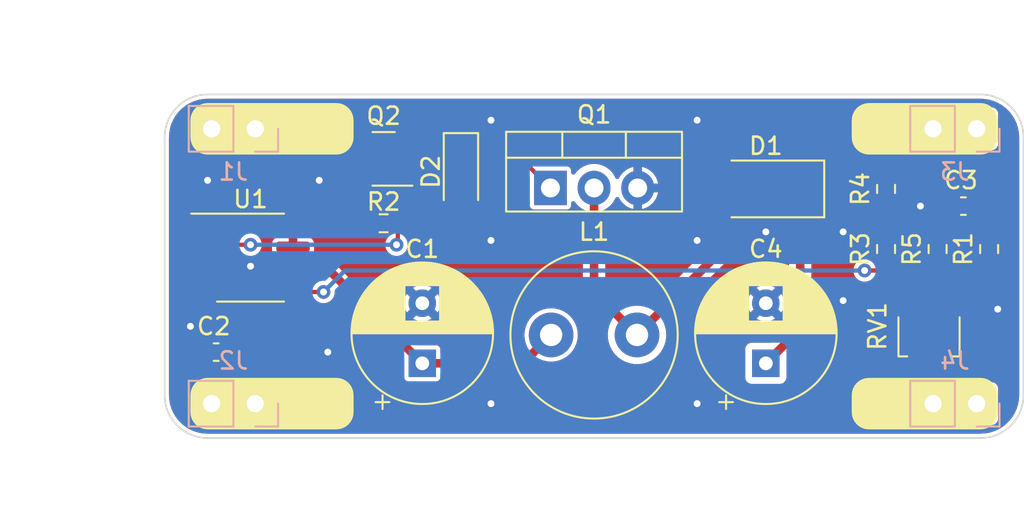
<source format=kicad_pcb>
(kicad_pcb (version 20211014) (generator pcbnew)
  (layers (0 "F.Cu" signal) (31 "B.Cu" signal) (34 "B.Paste" user) (35 "F.Paste" user) (36 "B.SilkS" user "B.Silkscreen") (37 "F.SilkS" user "F.Silkscreen") (38 "B.Mask" user) (39 "F.Mask" user) (44 "Edge.Cuts" user))
  (net 0 "")
  (net 1 "+12V")
  (net 2 "GND")
  (net 3 "Net-(C2-Pad1)")
  (net 4 "Net-(C3-Pad2)")
  (net 5 "HT")
  (net 6 "Net-(D1-Pad2)")
  (net 7 "Net-(D2-Pad1)")
  (net 8 "Net-(D2-Pad2)")
  (net 9 "Net-(R3-Pad1)")
  (net 10 "Net-(R5-Pad2)")
  (footprint "Package_SO:SOIC-8_3.9x4.9mm_P1.27mm" (layer "F.Cu") (at 94.5 69)
    (fp_text reference "U1" (at 0 -3.4) (layer "F.SilkS"))
    (fp_text value "MC34063AD")
    (fp_line (start 0 2.56) (end 1.95 2.56) (layer "F.SilkS") (width 0.12))
    (fp_line (start 0 2.56) (end -1.95 2.56) (layer "F.SilkS") (width 0.12))
    (fp_line (start 0 -2.56) (end 1.95 -2.56) (layer "F.SilkS") (width 0.12))
    (fp_line (start 0 -2.56) (end -3.45 -2.56) (layer "F.SilkS") (width 0.12))
    (pad "1" smd roundrect (at -2.475 -1.905) (size 1.95 0.6) (layers "F.Cu" "F.Paste" "F.Mask") (net 1 "+12V"))
    (pad "2" smd roundrect (at -2.475 -0.635) (size 1.95 0.6) (layers "F.Cu" "F.Paste" "F.Mask") (net 8 "Net-(D2-Pad2)"))
    (pad "3" smd roundrect (at -2.475 0.635) (size 1.95 0.6) (layers "F.Cu" "F.Paste" "F.Mask") (net 3 "Net-(C2-Pad1)"))
    (pad "4" smd roundrect (at -2.475 1.905) (size 1.95 0.6) (layers "F.Cu" "F.Paste" "F.Mask") (net 2 "GND"))
    (pad "5" smd roundrect (at 2.475 1.905) (size 1.95 0.6) (layers "F.Cu" "F.Paste" "F.Mask") (net 4 "Net-(C3-Pad2)"))
    (pad "6" smd roundrect (at 2.475 0.635) (size 1.95 0.6) (layers "F.Cu" "F.Paste" "F.Mask") (net 1 "+12V"))
    (pad "7" smd roundrect (at 2.475 -0.635) (size 1.95 0.6) (layers "F.Cu" "F.Paste" "F.Mask") (net 1 "+12V"))
    (pad "8" smd roundrect (at 2.475 -1.905) (size 1.95 0.6) (layers "F.Cu" "F.Paste" "F.Mask") (net 1 "+12V"))
  )
  (footprint "Package_TO_SOT_THT:TO-220-3_Vertical" (layer "F.Cu") (at 111.96 64.945)
    (fp_text reference "Q1" (at 2.54 -4.27) (layer "F.SilkS"))
    (fp_text value "IRF730")
    (fp_line (start -2.58 -3.27) (end 7.66 -3.27) (layer "F.SilkS") (width 0.12))
    (fp_line (start -2.58 -1.76) (end 7.66 -1.76) (layer "F.SilkS") (width 0.12))
    (fp_line (start 0.69 -3.27) (end 0.69 -1.76) (layer "F.SilkS") (width 0.12))
    (fp_line (start -2.58 1.371) (end 7.66 1.371) (layer "F.SilkS") (width 0.12))
    (fp_line (start 7.66 -3.27) (end 7.66 1.371) (layer "F.SilkS") (width 0.12))
    (fp_line (start 4.391 -3.27) (end 4.391 -1.76) (layer "F.SilkS") (width 0.12))
    (fp_line (start -2.58 -3.27) (end -2.58 1.371) (layer "F.SilkS") (width 0.12))
    (pad "1" thru_hole rect (at 0 0) (size 1.905 2) (drill 1.1) (layers *.Cu *.Mask) (net 7 "Net-(D2-Pad1)"))
    (pad "2" thru_hole oval (at 2.54 0) (size 1.905 2) (drill 1.1) (layers *.Cu *.Mask) (net 6 "Net-(D1-Pad2)"))
    (pad "3" thru_hole oval (at 5.08 0) (size 1.905 2) (drill 1.1) (layers *.Cu *.Mask) (net 2 "GND"))
  )
  (footprint "Resistor_SMD:R_0603_1608Metric" (layer "F.Cu") (at 102.25 67 180)
    (fp_text reference "R2" (at 0 1.25) (layer "F.SilkS"))
    (fp_text value "1K")
    (fp_line (start -0.237258 0.5225) (end 0.237258 0.5225) (layer "F.SilkS") (width 0.12))
    (fp_line (start -0.237258 -0.5225) (end 0.237258 -0.5225) (layer "F.SilkS") (width 0.12))
    (pad "1" smd roundrect (at -0.825 0 180) (size 0.8 0.95) (layers "F.Cu" "F.Paste" "F.Mask") (net 8 "Net-(D2-Pad2)"))
    (pad "2" smd roundrect (at 0.825 0 180) (size 0.8 0.95) (layers "F.Cu" "F.Paste" "F.Mask") (net 2 "GND"))
  )
  (footprint "Package_TO_SOT_SMD:SOT-23" (layer "F.Cu") (at 102.25 63.25 180)
    (fp_text reference "Q2" (at 0 2.5 180) (layer "F.SilkS"))
    (fp_text value "PNP")
    (fp_line (start 0 -1.56) (end -1.675 -1.56) (layer "F.SilkS") (width 0.12))
    (fp_line (start 0 -1.56) (end 0.65 -1.56) (layer "F.SilkS") (width 0.12))
    (fp_line (start 0 1.56) (end -0.65 1.56) (layer "F.SilkS") (width 0.12))
    (fp_line (start 0 1.56) (end 0.65 1.56) (layer "F.SilkS") (width 0.12))
    (pad "1" smd roundrect (at -0.9375 -0.95 180) (size 1.475 0.6) (layers "F.Cu" "F.Paste" "F.Mask") (net 8 "Net-(D2-Pad2)"))
    (pad "2" smd roundrect (at -0.9375 0.95 180) (size 1.475 0.6) (layers "F.Cu" "F.Paste" "F.Mask") (net 7 "Net-(D2-Pad1)"))
    (pad "3" smd roundrect (at 0.9375 0 180) (size 1.475 0.6) (layers "F.Cu" "F.Paste" "F.Mask") (net 2 "GND"))
  )
  (footprint "Capacitor_SMD:C_0603_1608Metric" (layer "F.Cu") (at 136 66 180)
    (fp_text reference "C3" (at 0.14058 1.5) (layer "F.SilkS"))
    (fp_text value "10n")
    (fp_line (start -0.14058 0.51) (end 0.14058 0.51) (layer "F.SilkS") (width 0.12))
    (fp_line (start -0.14058 -0.51) (end 0.14058 -0.51) (layer "F.SilkS") (width 0.12))
    (pad "1" smd roundrect (at -0.775 0 180) (size 0.9 0.95) (layers "F.Cu" "F.Paste" "F.Mask") (net 2 "GND"))
    (pad "2" smd roundrect (at 0.775 0 180) (size 0.9 0.95) (layers "F.Cu" "F.Paste" "F.Mask") (net 4 "Net-(C3-Pad2)"))
  )
  (footprint "Resistor_SMD:R_0603_1608Metric" (layer "F.Cu") (at 137.5 68.5 -90)
    (fp_text reference "R1" (at 0 1.5 90) (layer "F.SilkS"))
    (fp_text value "13k")
    (fp_line (start -0.237258 -0.5225) (end 0.237258 -0.5225) (layer "F.SilkS") (width 0.12))
    (fp_line (start -0.237258 0.5225) (end 0.237258 0.5225) (layer "F.SilkS") (width 0.12))
    (pad "1" smd roundrect (at -0.825 0 270) (size 0.8 0.95) (layers "F.Cu" "F.Paste" "F.Mask") (net 4 "Net-(C3-Pad2)"))
    (pad "2" smd roundrect (at 0.825 0 270) (size 0.8 0.95) (layers "F.Cu" "F.Paste" "F.Mask") (net 2 "GND"))
  )
  (footprint "Resistor_SMD:R_0603_1608Metric" (layer "F.Cu") (at 131.5 65 -90)
    (fp_text reference "R4" (at 0 1.5 90) (layer "F.SilkS"))
    (fp_text value "470k")
    (fp_line (start -0.237258 0.5225) (end 0.237258 0.5225) (layer "F.SilkS") (width 0.12))
    (fp_line (start -0.237258 -0.5225) (end 0.237258 -0.5225) (layer "F.SilkS") (width 0.12))
    (pad "1" smd roundrect (at -0.825 0 270) (size 0.8 0.95) (layers "F.Cu" "F.Paste" "F.Mask") (net 5 "HT"))
    (pad "2" smd roundrect (at 0.825 0 270) (size 0.8 0.95) (layers "F.Cu" "F.Paste" "F.Mask") (net 9 "Net-(R3-Pad1)"))
  )
  (footprint "Inductor_THT:L_Radial_D9.5mm_P5.00mm_Fastron_07HVP" (layer "F.Cu") (at 112 73.5)
    (fp_text reference "L1" (at 2.5 -6) (layer "F.SilkS"))
    (fp_text value "100u")
    (fp_circle (center 2.5 0) (end 7.37 0) (layer "F.SilkS") (width 0.12) (fill none))
    (pad "1" thru_hole circle (at 0 0) (size 2.6 2.6) (drill 1.3) (layers *.Cu *.Mask) (net 1 "+12V"))
    (pad "2" thru_hole circle (at 5 0) (size 2.6 2.6) (drill 1.3) (layers *.Cu *.Mask) (net 6 "Net-(D1-Pad2)"))
  )
  (footprint "Resistor_SMD:R_0603_1608Metric" (layer "F.Cu") (at 131.5 68.5 -90)
    (fp_text reference "R3" (at 0 1.5 90) (layer "F.SilkS"))
    (fp_text value "390k")
    (fp_line (start -0.237258 -0.5225) (end 0.237258 -0.5225) (layer "F.SilkS") (width 0.12))
    (fp_line (start -0.237258 0.5225) (end 0.237258 0.5225) (layer "F.SilkS") (width 0.12))
    (pad "1" smd roundrect (at -0.825 0 270) (size 0.8 0.95) (layers "F.Cu" "F.Paste" "F.Mask") (net 9 "Net-(R3-Pad1)"))
    (pad "2" smd roundrect (at 0.825 0 270) (size 0.8 0.95) (layers "F.Cu" "F.Paste" "F.Mask") (net 4 "Net-(C3-Pad2)"))
  )
  (footprint "libraries:Potentiometer_Trimmer-EVM3E" (layer "F.Cu") (at 134 73 180)
    (fp_text reference "RV1" (at 3 0 90) (layer "F.SilkS"))
    (fp_text value "5K")
    (fp_line (start -1.78 -1.75) (end -1.27 -1.75) (layer "F.SilkS") (width 0.12))
    (fp_line (start -1.78 0.53) (end -1.78 -1.75) (layer "F.SilkS") (width 0.12))
    (fp_line (start 1.78 -1.75) (end 1.78 0.53) (layer "F.SilkS") (width 0.12))
    (fp_line (start 1.27 -1.75) (end 1.78 -1.75) (layer "F.SilkS") (width 0.12))
    (pad "1" smd rect locked (at -1.4 1.62 180) (size 1.2 1.2) (layers "F.Cu" "F.Paste" "F.Mask") (net 10 "Net-(R5-Pad2)"))
    (pad "2" smd rect locked (at 0 -1.62 180) (size 1.6 1.5) (layers "F.Cu" "F.Paste" "F.Mask") (net 2 "GND"))
    (pad "3" smd rect locked (at 1.4 1.62 180) (size 1.2 1.2) (layers "F.Cu" "F.Paste" "F.Mask") (net 2 "GND"))
  )
  (footprint "Diode_SMD:D_SMA" (layer "F.Cu") (at 124.5 65 180)
    (fp_text reference "D1" (at 0 2.5) (layer "F.SilkS"))
    (fp_text value "D")
    (fp_line (start -3.4 -1.65) (end 2 -1.65) (layer "F.SilkS") (width 0.12))
    (fp_line (start -3.4 1.65) (end 2 1.65) (layer "F.SilkS") (width 0.12))
    (fp_line (start -3.4 -1.65) (end -3.4 1.65) (layer "F.SilkS") (width 0.12))
    (pad "1" smd rect (at -2 0 180) (size 2.5 1.8) (layers "F.Cu" "F.Paste" "F.Mask") (net 5 "HT"))
    (pad "2" smd rect (at 2 0 180) (size 2.5 1.8) (layers "F.Cu" "F.Paste" "F.Mask") (net 6 "Net-(D1-Pad2)"))
  )
  (footprint "Capacitor_THT:CP_Radial_D8.0mm_P3.50mm" (layer "F.Cu") (at 124.5 75.152651 90)
    (fp_text reference "C4" (at 6.652651 0 180) (layer "F.SilkS"))
    (fp_text value "4.7u")
    (fp_line (start 4.271 -3.22) (end 4.271 -1.04) (layer "F.SilkS") (width 0.12))
    (fp_line (start 3.791 1.04) (end 3.791 3.54) (layer "F.SilkS") (width 0.12))
    (fp_line (start 3.071 1.04) (end 3.071 3.863) (layer "F.SilkS") (width 0.12))
    (fp_line (start 4.551 -2.983) (end 4.551 2.983) (layer "F.SilkS") (width 0.12))
    (fp_line (start 4.511 1.04) (end 4.511 3.019) (layer "F.SilkS") (width 0.12))
    (fp_line (start 2.35 -4.037) (end 2.35 4.037) (layer "F.SilkS") (width 0.12))
    (fp_line (start 2.39 -4.03) (end 2.39 4.03) (layer "F.SilkS") (width 0.12))
    (fp_line (start 3.271 -3.79) (end 3.271 -1.04) (layer "F.SilkS") (width 0.12))
    (fp_line (start 2.711 -3.967) (end 2.711 -1.04) (layer "F.SilkS") (width 0.12))
    (fp_line (start 3.351 1.04) (end 3.351 3.757) (layer "F.SilkS") (width 0.12))
    (fp_line (start 3.391 1.04) (end 3.391 3.74) (layer "F.SilkS") (width 0.12))
    (fp_line (start 5.671 -1.229) (end 5.671 1.229) (layer "F.SilkS") (width 0.12))
    (fp_line (start 2.31 -4.042) (end 2.31 4.042) (layer "F.SilkS") (width 0.12))
    (fp_line (start 3.511 1.04) (end 3.511 3.686) (layer "F.SilkS") (width 0.12))
    (fp_line (start 2.671 -3.976) (end 2.671 -1.04) (layer "F.SilkS") (width 0.12))
    (fp_line (start 5.591 -1.453) (end 5.591 1.453) (layer "F.SilkS") (width 0.12))
    (fp_line (start 4.951 -2.556) (end 4.951 2.556) (layer "F.SilkS") (width 0.12))
    (fp_line (start 3.951 -3.444) (end 3.951 -1.04) (layer "F.SilkS") (width 0.12))
    (fp_line (start 4.751 -2.784) (end 4.751 2.784) (layer "F.SilkS") (width 0.12))
    (fp_line (start 4.431 1.04) (end 4.431 3.09) (layer "F.SilkS") (width 0.12))
    (fp_line (start 2.551 -4.002) (end 2.551 -1.04) (layer "F.SilkS") (width 0.12))
    (fp_line (start 3.951 1.04) (end 3.951 3.444) (layer "F.SilkS") (width 0.12))
    (fp_line (start 4.071 -3.365) (end 4.071 -1.04) (layer "F.SilkS") (width 0.12))
    (fp_line (start 2.911 -3.914) (end 2.911 -1.04) (layer "F.SilkS") (width 0.12))
    (fp_line (start 4.071 1.04) (end 4.071 3.365) (layer "F.SilkS") (width 0.12))
    (fp_line (start 3.431 -3.722) (end 3.431 -1.04) (layer "F.SilkS") (width 0.12))
    (fp_line (start 3.631 1.04) (end 3.631 3.627) (layer "F.SilkS") (width 0.12))
    (fp_line (start 5.631 -1.346) (end 5.631 1.346) (layer "F.SilkS") (width 0.12))
    (fp_line (start 2.07 -4.068) (end 2.07 4.068) (layer "F.SilkS") (width 0.12))
    (fp_line (start 2.43 -4.024) (end 2.43 4.024) (layer "F.SilkS") (width 0.12))
    (fp_line (start 5.711 -1.098) (end 5.711 1.098) (layer "F.SilkS") (width 0.12))
    (fp_line (start 2.631 1.04) (end 2.631 3.985) (layer "F.SilkS") (width 0.12))
    (fp_line (start 2.791 1.04) (end 2.791 3.947) (layer "F.SilkS") (width 0.12))
    (fp_line (start 5.191 -2.228) (end 5.191 2.228) (layer "F.SilkS") (width 0.12))
    (fp_line (start 4.791 -2.741) (end 4.791 2.741) (layer "F.SilkS") (width 0.12))
    (fp_line (start 4.471 1.04) (end 4.471 3.055) (layer "F.SilkS") (width 0.12))
    (fp_line (start 5.471 -1.731) (end 5.471 1.731) (layer "F.SilkS") (width 0.12))
    (fp_line (start 3.351 -3.757) (end 3.351 -1.04) (layer "F.SilkS") (width 0.12))
    (fp_line (start 2.631 -3.985) (end 2.631 -1.04) (layer "F.SilkS") (width 0.12))
    (fp_line (start 5.111 -2.345) (end 5.111 2.345) (layer "F.SilkS") (width 0.12))
    (fp_line (start 2.511 1.04) (end 2.511 4.01) (layer "F.SilkS") (width 0.12))
    (fp_line (start 5.751 -0.948) (end 5.751 0.948) (layer "F.SilkS") (width 0.12))
    (fp_line (start 3.431 1.04) (end 3.431 3.722) (layer "F.SilkS") (width 0.12))
    (fp_line (start 3.031 -3.877) (end 3.031 -1.04) (layer "F.SilkS") (width 0.12))
    (fp_line (start 3.151 1.04) (end 3.151 3.835) (layer "F.SilkS") (width 0.12))
    (fp_line (start 4.671 -2.867) (end 4.671 2.867) (layer "F.SilkS") (width 0.12))
    (fp_line (start 3.591 -3.647) (end 3.591 -1.04) (layer "F.SilkS") (width 0.12))
    (fp_line (start 1.91 -4.077) (end 1.91 4.077) (layer "F.SilkS") (width 0.12))
    (fp_line (start 4.191 1.04) (end 4.191 3.28) (layer "F.SilkS") (width 0.12))
    (fp_line (start 4.271 1.04) (end 4.271 3.22) (layer "F.SilkS") (width 0.12))
    (fp_line (start 4.591 -2.945) (end 4.591 2.945) (layer "F.SilkS") (width 0.12))
    (fp_line (start 1.99 -4.074) (end 1.99 4.074) (layer "F.SilkS") (width 0.12))
    (fp_line (start 4.231 -3.25) (end 4.231 -1.04) (layer "F.SilkS") (width 0.12))
    (fp_line (start 4.151 1.04) (end 4.151 3.309) (layer "F.SilkS") (width 0.12))
    (fp_line (start 3.391 -3.74) (end 3.391 -1.04) (layer "F.SilkS") (width 0.12))
    (fp_line (start 3.191 -3.821) (end 3.191 -1.04) (layer "F.SilkS") (width 0.12))
    (fp_line (start 5.551 -1.552) (end 5.551 1.552) (layer "F.SilkS") (width 0.12))
    (fp_line (start 2.871 -3.925) (end 2.871 -1.04) (layer "F.SilkS") (width 0.12))
    (fp_line (start 1.75 -4.08) (end 1.75 4.08) (layer "F.SilkS") (width 0.12))
    (fp_line (start 4.151 -3.309) (end 4.151 -1.04) (layer "F.SilkS") (width 0.12))
    (fp_line (start 3.151 -3.835) (end 3.151 -1.04) (layer "F.SilkS") (width 0.12))
    (fp_line (start 4.471 -3.055) (end 4.471 -1.04) (layer "F.SilkS") (width 0.12))
    (fp_line (start 4.711 -2.826) (end 4.711 2.826) (layer "F.SilkS") (width 0.12))
    (fp_line (start 3.471 -3.704) (end 3.471 -1.04) (layer "F.SilkS") (width 0.12))
    (fp_line (start 3.031 1.04) (end 3.031 3.877) (layer "F.SilkS") (width 0.12))
    (fp_line (start 3.111 1.04) (end 3.111 3.85) (layer "F.SilkS") (width 0.12))
    (fp_line (start 3.791 -3.54) (end 3.791 -1.04) (layer "F.SilkS") (width 0.12))
    (fp_line (start 3.311 1.04) (end 3.311 3.774) (layer "F.SilkS") (width 0.12))
    (fp_line (start 3.511 -3.686) (end 3.511 -1.04) (layer "F.SilkS") (width 0.12))
    (fp_line (start 2.871 1.04) (end 2.871 3.925) (layer "F.SilkS") (width 0.12))
    (fp_line (start 3.631 -3.627) (end 3.631 -1.04) (layer "F.SilkS") (width 0.12))
    (fp_line (start 4.311 -3.189) (end 4.311 -1.04) (layer "F.SilkS") (width 0.12))
    (fp_line (start 4.351 -3.156) (end 4.351 -1.04) (layer "F.SilkS") (width 0.12))
    (fp_line (start 5.311 -2.034) (end 5.311 2.034) (layer "F.SilkS") (width 0.12))
    (fp_line (start 4.031 1.04) (end 4.031 3.392) (layer "F.SilkS") (width 0.12))
    (fp_line (start 4.311 1.04) (end 4.311 3.189) (layer "F.SilkS") (width 0.12))
    (fp_line (start 3.071 -3.863) (end 3.071 -1.04) (layer "F.SilkS") (width 0.12))
    (fp_line (start 4.911 -2.604) (end 4.911 2.604) (layer "F.SilkS") (width 0.12))
    (fp_line (start 2.751 -3.957) (end 2.751 -1.04) (layer "F.SilkS") (width 0.12))
    (fp_line (start 2.791 -3.947) (end 2.791 -1.04) (layer "F.SilkS") (width 0.12))
    (fp_line (start 2.23 -4.052) (end 2.23 4.052) (layer "F.SilkS") (width 0.12))
    (fp_line (start 5.071 -2.4) (end 5.071 2.4) (layer "F.SilkS") (width 0.12))
    (fp_line (start 5.351 -1.964) (end 5.351 1.964) (layer "F.SilkS") (width 0.12))
    (fp_line (start 3.711 1.04) (end 3.711 3.584) (layer "F.SilkS") (width 0.12))
    (fp_line (start 1.83 -4.08) (end 1.83 4.08) (layer "F.SilkS") (width 0.12))
    (fp_line (start 3.991 1.04) (end 3.991 3.418) (layer "F.SilkS") (width 0.12))
    (fp_line (start 3.591 1.04) (end 3.591 3.647) (layer "F.SilkS") (width 0.12))
    (fp_line (start 3.231 1.04) (end 3.231 3.805) (layer "F.SilkS") (width 0.12))
    (fp_line (start 2.11 -4.065) (end 2.11 4.065) (layer "F.SilkS") (width 0.12))
    (fp_line (start 2.911 1.04) (end 2.911 3.914) (layer "F.SilkS") (width 0.12))
    (fp_line (start 2.03 -4.071) (end 2.03 4.071) (layer "F.SilkS") (width 0.12))
    (fp_line (start 4.391 1.04) (end 4.391 3.124) (layer "F.SilkS") (width 0.12))
    (fp_line (start 3.871 -3.493) (end 3.871 -1.04) (layer "F.SilkS") (width 0.12))
    (fp_line (start 3.551 -3.666) (end 3.551 -1.04) (layer "F.SilkS") (width 0.12))
    (fp_line (start 3.471 1.04) (end 3.471 3.704) (layer "F.SilkS") (width 0.12))
    (fp_line (start 3.911 1.04) (end 3.911 3.469) (layer "F.SilkS") (width 0.12))
    (fp_line (start 2.19 -4.057) (end 2.19 4.057) (layer "F.SilkS") (width 0.12))
    (fp_line (start 2.15 -4.061) (end 2.15 4.061) (layer "F.SilkS") (width 0.12))
    (fp_line (start 3.671 -3.606) (end 3.671 -1.04) (layer "F.SilkS") (width 0.12))
    (fp_line (start 3.831 1.04) (end 3.831 3.517) (layer "F.SilkS") (width 0.12))
    (fp_line (start 5.511 -1.645) (end 5.511 1.645) (layer "F.SilkS") (width 0.12))
    (fp_line (start 4.511 -3.019) (end 4.511 -1.04) (layer "F.SilkS") (width 0.12))
    (fp_line (start 2.671 1.04) (end 2.671 3.976) (layer "F.SilkS") (width 0.12))
    (fp_line (start 5.791 -0.768) (end 5.791 0.768) (layer "F.SilkS") (width 0.12))
    (fp_line (start 3.191 1.04) (end 3.191 3.821) (layer "F.SilkS") (width 0.12))
    (fp_line (start 5.831 -0.533) (end 5.831 0.533) (layer "F.SilkS") (width 0.12))
    (fp_line (start 3.751 1.04) (end 3.751 3.562) (layer "F.SilkS") (width 0.12))
    (fp_line (start 4.431 -3.09) (end 4.431 -1.04) (layer "F.SilkS") (width 0.12))
    (fp_line (start 2.591 -3.994) (end 2.591 -1.04) (layer "F.SilkS") (width 0.12))
    (fp_line (start 3.871 1.04) (end 3.871 3.493) (layer "F.SilkS") (width 0.12))
    (fp_line (start 5.391 -1.89) (end 5.391 1.89) (layer "F.SilkS") (width 0.12))
    (fp_line (start 4.871 -2.651) (end 4.871 2.651) (layer "F.SilkS") (width 0.12))
    (fp_line (start 2.27 -4.048) (end 2.27 4.048) (layer "F.SilkS") (width 0.12))
    (fp_line (start 2.711 1.04) (end 2.711 3.967) (layer "F.SilkS") (width 0.12))
    (fp_line (start 3.551 1.04) (end 3.551 3.666) (layer "F.SilkS") (width 0.12))
    (fp_line (start 4.111 -3.338) (end 4.111 -1.04) (layer "F.SilkS") (width 0.12))
    (fp_line (start 4.631 -2.907) (end 4.631 2.907) (layer "F.SilkS") (width 0.12))
    (fp_line (start 2.471 1.04) (end 2.471 4.017) (layer "F.SilkS") (width 0.12))
    (fp_line (start 2.831 1.04) (end 2.831 3.936) (layer "F.SilkS") (width 0.12))
    (fp_line (start 2.991 1.04) (end 2.991 3.889) (layer "F.SilkS") (width 0.12))
    (fp_line (start 3.751 -3.562) (end 3.751 -1.04) (layer "F.SilkS") (width 0.12))
    (fp_line (start 5.431 -1.813) (end 5.431 1.813) (layer "F.SilkS") (width 0.12))
    (fp_line (start 4.111 1.04) (end 4.111 3.338) (layer "F.SilkS") (width 0.12))
    (fp_line (start 3.671 1.04) (end 3.671 3.606) (layer "F.SilkS") (width 0.12))
    (fp_line (start 2.831 -3.936) (end 2.831 -1.04) (layer "F.SilkS") (width 0.12))
    (fp_line (start 3.991 -3.418) (end 3.991 -1.04) (layer "F.SilkS") (width 0.12))
    (fp_line (start 2.951 1.04) (end 2.951 3.902) (layer "F.SilkS") (width 0.12))
    (fp_line (start 3.271 1.04) (end 3.271 3.79) (layer "F.SilkS") (width 0.12))
    (fp_line (start 2.951 -3.902) (end 2.951 -1.04) (layer "F.SilkS") (width 0.12))
    (fp_line (start 5.271 -2.102) (end 5.271 2.102) (layer "F.SilkS") (width 0.12))
    (fp_line (start 4.191 -3.28) (end 4.191 -1.04) (layer "F.SilkS") (width 0.12))
    (fp_line (start 2.751 1.04) (end 2.751 3.957) (layer "F.SilkS") (width 0.12))
    (fp_line (start 5.231 -2.166) (end 5.231 2.166) (layer "F.SilkS") (width 0.12))
    (fp_line (start 4.351 1.04) (end 4.351 3.156) (layer "F.SilkS") (width 0.12))
    (fp_line (start 3.711 -3.584) (end 3.711 -1.04) (layer "F.SilkS") (width 0.12))
    (fp_line (start 3.831 -3.517) (end 3.831 -1.04) (layer "F.SilkS") (width 0.12))
    (fp_line (start 2.551 1.04) (end 2.551 4.002) (layer "F.SilkS") (width 0.12))
    (fp_line (start 4.391 -3.124) (end 4.391 -1.04) (layer "F.SilkS") (width 0.12))
    (fp_line (start -2.659698 -2.315) (end -1.859698 -2.315) (layer "F.SilkS") (width 0.12))
    (fp_line (start 3.911 -3.469) (end 3.911 -1.04) (layer "F.SilkS") (width 0.12))
    (fp_line (start 5.031 -2.454) (end 5.031 2.454) (layer "F.SilkS") (width 0.12))
    (fp_line (start 4.031 -3.392) (end 4.031 -1.04) (layer "F.SilkS") (width 0.12))
    (fp_line (start 2.991 -3.889) (end 2.991 -1.04) (layer "F.SilkS") (width 0.12))
    (fp_line (start 3.111 -3.85) (end 3.111 -1.04) (layer "F.SilkS") (width 0.12))
    (fp_line (start 3.231 -3.805) (end 3.231 -1.04) (layer "F.SilkS") (width 0.12))
    (fp_line (start 4.231 1.04) (end 4.231 3.25) (layer "F.SilkS") (width 0.12))
    (fp_line (start 2.471 -4.017) (end 2.471 -1.04) (layer "F.SilkS") (width 0.12))
    (fp_line (start 2.511 -4.01) (end 2.511 -1.04) (layer "F.SilkS") (width 0.12))
    (fp_line (start 3.311 -3.774) (end 3.311 -1.04) (layer "F.SilkS") (width 0.12))
    (fp_line (start -2.259698 -2.715) (end -2.259698 -1.915) (layer "F.SilkS") (width 0.12))
    (fp_line (start 1.87 -4.079) (end 1.87 4.079) (layer "F.SilkS") (width 0.12))
    (fp_line (start 1.95 -4.076) (end 1.95 4.076) (layer "F.SilkS") (width 0.12))
    (fp_line (start 4.991 -2.505) (end 4.991 2.505) (layer "F.SilkS") (width 0.12))
    (fp_line (start 1.79 -4.08) (end 1.79 4.08) (layer "F.SilkS") (width 0.12))
    (fp_line (start 5.151 -2.287) (end 5.151 2.287) (layer "F.SilkS") (width 0.12))
    (fp_line (start 2.591 1.04) (end 2.591 3.994) (layer "F.SilkS") (width 0.12))
    (fp_line (start 4.831 -2.697) (end 4.831 2.697) (layer "F.SilkS") (width 0.12))
    (fp_circle (center 1.75 0) (end 5.87 0) (layer "F.SilkS") (width 0.12) (fill none))
    (pad "1" thru_hole rect (at 0 0 90) (size 1.6 1.6) (drill 0.8) (layers *.Cu *.Mask) (net 5 "HT"))
    (pad "2" thru_hole circle (at 3.5 0 90) (size 1.6 1.6) (drill 0.8) (layers *.Cu *.Mask) (net 2 "GND"))
  )
  (footprint "Capacitor_THT:CP_Radial_D8.0mm_P3.50mm" (layer "F.Cu") (at 104.5 75.152651 90)
    (fp_text reference "C1" (at 6.652651 0 180) (layer "F.SilkS"))
    (fp_text value "220u")
    (fp_line (start 3.911 1.04) (end 3.911 3.469) (layer "F.SilkS") (width 0.12))
    (fp_line (start 3.751 1.04) (end 3.751 3.562) (layer "F.SilkS") (width 0.12))
    (fp_line (start 2.551 -4.002) (end 2.551 -1.04) (layer "F.SilkS") (width 0.12))
    (fp_line (start 2.591 1.04) (end 2.591 3.994) (layer "F.SilkS") (width 0.12))
    (fp_line (start 5.591 -1.453) (end 5.591 1.453) (layer "F.SilkS") (width 0.12))
    (fp_line (start 4.751 -2.784) (end 4.751 2.784) (layer "F.SilkS") (width 0.12))
    (fp_line (start 4.791 -2.741) (end 4.791 2.741) (layer "F.SilkS") (width 0.12))
    (fp_line (start 5.231 -2.166) (end 5.231 2.166) (layer "F.SilkS") (width 0.12))
    (fp_line (start 5.151 -2.287) (end 5.151 2.287) (layer "F.SilkS") (width 0.12))
    (fp_line (start 2.551 1.04) (end 2.551 4.002) (layer "F.SilkS") (width 0.12))
    (fp_line (start 3.151 -3.835) (end 3.151 -1.04) (layer "F.SilkS") (width 0.12))
    (fp_line (start 3.551 1.04) (end 3.551 3.666) (layer "F.SilkS") (width 0.12))
    (fp_line (start 3.671 -3.606) (end 3.671 -1.04) (layer "F.SilkS") (width 0.12))
    (fp_line (start 3.031 -3.877) (end 3.031 -1.04) (layer "F.SilkS") (width 0.12))
    (fp_line (start 4.111 1.04) (end 4.111 3.338) (layer "F.SilkS") (width 0.12))
    (fp_line (start 3.951 -3.444) (end 3.951 -1.04) (layer "F.SilkS") (width 0.12))
    (fp_line (start 3.471 1.04) (end 3.471 3.704) (layer "F.SilkS") (width 0.12))
    (fp_line (start 2.23 -4.052) (end 2.23 4.052) (layer "F.SilkS") (width 0.12))
    (fp_line (start 5.111 -2.345) (end 5.111 2.345) (layer "F.SilkS") (width 0.12))
    (fp_line (start 4.391 -3.124) (end 4.391 -1.04) (layer "F.SilkS") (width 0.12))
    (fp_line (start 2.511 1.04) (end 2.511 4.01) (layer "F.SilkS") (width 0.12))
    (fp_line (start 5.031 -2.454) (end 5.031 2.454) (layer "F.SilkS") (width 0.12))
    (fp_line (start 2.991 1.04) (end 2.991 3.889) (layer "F.SilkS") (width 0.12))
    (fp_line (start 4.311 -3.189) (end 4.311 -1.04) (layer "F.SilkS") (width 0.12))
    (fp_line (start 4.511 1.04) (end 4.511 3.019) (layer "F.SilkS") (width 0.12))
    (fp_line (start 2.11 -4.065) (end 2.11 4.065) (layer "F.SilkS") (width 0.12))
    (fp_line (start 3.191 -3.821) (end 3.191 -1.04) (layer "F.SilkS") (width 0.12))
    (fp_line (start 5.751 -0.948) (end 5.751 0.948) (layer "F.SilkS") (width 0.12))
    (fp_line (start 3.991 -3.418) (end 3.991 -1.04) (layer "F.SilkS") (width 0.12))
    (fp_line (start 3.511 1.04) (end 3.511 3.686) (layer "F.SilkS") (width 0.12))
    (fp_line (start 2.751 1.04) (end 2.751 3.957) (layer "F.SilkS") (width 0.12))
    (fp_line (start 5.511 -1.645) (end 5.511 1.645) (layer "F.SilkS") (width 0.12))
    (fp_line (start 4.911 -2.604) (end 4.911 2.604) (layer "F.SilkS") (width 0.12))
    (fp_line (start 4.231 -3.25) (end 4.231 -1.04) (layer "F.SilkS") (width 0.12))
    (fp_line (start 3.751 -3.562) (end 3.751 -1.04) (layer "F.SilkS") (width 0.12))
    (fp_line (start 2.631 -3.985) (end 2.631 -1.04) (layer "F.SilkS") (width 0.12))
    (fp_line (start 3.831 1.04) (end 3.831 3.517) (layer "F.SilkS") (width 0.12))
    (fp_line (start 4.031 1.04) (end 4.031 3.392) (layer "F.SilkS") (width 0.12))
    (fp_line (start 2.39 -4.03) (end 2.39 4.03) (layer "F.SilkS") (width 0.12))
    (fp_line (start 2.871 1.04) (end 2.871 3.925) (layer "F.SilkS") (width 0.12))
    (fp_line (start 2.911 -3.914) (end 2.911 -1.04) (layer "F.SilkS") (width 0.12))
    (fp_line (start 5.831 -0.533) (end 5.831 0.533) (layer "F.SilkS") (width 0.12))
    (fp_line (start 4.551 -2.983) (end 4.551 2.983) (layer "F.SilkS") (width 0.12))
    (fp_line (start 1.99 -4.074) (end 1.99 4.074) (layer "F.SilkS") (width 0.12))
    (fp_line (start 3.631 1.04) (end 3.631 3.627) (layer "F.SilkS") (width 0.12))
    (fp_line (start 4.471 1.04) (end 4.471 3.055) (layer "F.SilkS") (width 0.12))
    (fp_line (start 5.631 -1.346) (end 5.631 1.346) (layer "F.SilkS") (width 0.12))
    (fp_line (start 4.311 1.04) (end 4.311 3.189) (layer "F.SilkS") (width 0.12))
    (fp_line (start 4.071 -3.365) (end 4.071 -1.04) (layer "F.SilkS") (width 0.12))
    (fp_line (start 4.431 -3.09) (end 4.431 -1.04) (layer "F.SilkS") (width 0.12))
    (fp_line (start 4.351 -3.156) (end 4.351 -1.04) (layer "F.SilkS") (width 0.12))
    (fp_line (start 3.391 1.04) (end 3.391 3.74) (layer "F.SilkS") (width 0.12))
    (fp_line (start 4.071 1.04) (end 4.071 3.365) (layer "F.SilkS") (width 0.12))
    (fp_line (start 3.111 -3.85) (end 3.111 -1.04) (layer "F.SilkS") (width 0.12))
    (fp_line (start 4.471 -3.055) (end 4.471 -1.04) (layer "F.SilkS") (width 0.12))
    (fp_line (start 3.431 1.04) (end 3.431 3.722) (layer "F.SilkS") (width 0.12))
    (fp_line (start 5.671 -1.229) (end 5.671 1.229) (layer "F.SilkS") (width 0.12))
    (fp_line (start 4.511 -3.019) (end 4.511 -1.04) (layer "F.SilkS") (width 0.12))
    (fp_line (start 2.951 1.04) (end 2.951 3.902) (layer "F.SilkS") (width 0.12))
    (fp_line (start 1.79 -4.08) (end 1.79 4.08) (layer "F.SilkS") (width 0.12))
    (fp_line (start 4.191 1.04) (end 4.191 3.28) (layer "F.SilkS") (width 0.12))
    (fp_line (start 5.071 -2.4) (end 5.071 2.4) (layer "F.SilkS") (width 0.12))
    (fp_line (start 4.431 1.04) (end 4.431 3.09) (layer "F.SilkS") (width 0.12))
    (fp_line (start 2.871 -3.925) (end 2.871 -1.04) (layer "F.SilkS") (width 0.12))
    (fp_line (start 4.191 -3.28) (end 4.191 -1.04) (layer "F.SilkS") (width 0.12))
    (fp_line (start 4.151 -3.309) (end 4.151 -1.04) (layer "F.SilkS") (width 0.12))
    (fp_line (start 2.511 -4.01) (end 2.511 -1.04) (layer "F.SilkS") (width 0.12))
    (fp_line (start 4.991 -2.505) (end 4.991 2.505) (layer "F.SilkS") (width 0.12))
    (fp_line (start 2.471 -4.017) (end 2.471 -1.04) (layer "F.SilkS") (width 0.12))
    (fp_line (start 2.591 -3.994) (end 2.591 -1.04) (layer "F.SilkS") (width 0.12))
    (fp_line (start 2.791 -3.947) (end 2.791 -1.04) (layer "F.SilkS") (width 0.12))
    (fp_line (start 2.07 -4.068) (end 2.07 4.068) (layer "F.SilkS") (width 0.12))
    (fp_line (start 3.111 1.04) (end 3.111 3.85) (layer "F.SilkS") (width 0.12))
    (fp_line (start 2.31 -4.042) (end 2.31 4.042) (layer "F.SilkS") (width 0.12))
    (fp_line (start 3.831 -3.517) (end 3.831 -1.04) (layer "F.SilkS") (width 0.12))
    (fp_line (start 5.351 -1.964) (end 5.351 1.964) (layer "F.SilkS") (width 0.12))
    (fp_line (start 3.231 -3.805) (end 3.231 -1.04) (layer "F.SilkS") (width 0.12))
    (fp_line (start 1.75 -4.08) (end 1.75 4.08) (layer "F.SilkS") (width 0.12))
    (fp_line (start 2.791 1.04) (end 2.791 3.947) (layer "F.SilkS") (width 0.12))
    (fp_line (start 4.951 -2.556) (end 4.951 2.556) (layer "F.SilkS") (width 0.12))
    (fp_line (start 3.071 -3.863) (end 3.071 -1.04) (layer "F.SilkS") (width 0.12))
    (fp_line (start 3.591 -3.647) (end 3.591 -1.04) (layer "F.SilkS") (width 0.12))
    (fp_line (start 2.03 -4.071) (end 2.03 4.071) (layer "F.SilkS") (width 0.12))
    (fp_line (start 3.631 -3.627) (end 3.631 -1.04) (layer "F.SilkS") (width 0.12))
    (fp_line (start 1.95 -4.076) (end 1.95 4.076) (layer "F.SilkS") (width 0.12))
    (fp_line (start 2.831 -3.936) (end 2.831 -1.04) (layer "F.SilkS") (width 0.12))
    (fp_line (start 4.351 1.04) (end 4.351 3.156) (layer "F.SilkS") (width 0.12))
    (fp_line (start 4.831 -2.697) (end 4.831 2.697) (layer "F.SilkS") (width 0.12))
    (fp_line (start 5.271 -2.102) (end 5.271 2.102) (layer "F.SilkS") (width 0.12))
    (fp_line (start 3.311 -3.774) (end 3.311 -1.04) (layer "F.SilkS") (width 0.12))
    (fp_line (start 3.551 -3.666) (end 3.551 -1.04) (layer "F.SilkS") (width 0.12))
    (fp_line (start 1.83 -4.08) (end 1.83 4.08) (layer "F.SilkS") (width 0.12))
    (fp_line (start 3.991 1.04) (end 3.991 3.418) (layer "F.SilkS") (width 0.12))
    (fp_line (start 3.351 1.04) (end 3.351 3.757) (layer "F.SilkS") (width 0.12))
    (fp_line (start 4.031 -3.392) (end 4.031 -1.04) (layer "F.SilkS") (width 0.12))
    (fp_line (start 2.711 1.04) (end 2.711 3.967) (layer "F.SilkS") (width 0.12))
    (fp_line (start 3.271 1.04) (end 3.271 3.79) (layer "F.SilkS") (width 0.12))
    (fp_line (start 3.871 1.04) (end 3.871 3.493) (layer "F.SilkS") (width 0.12))
    (fp_line (start 4.591 -2.945) (end 4.591 2.945) (layer "F.SilkS") (width 0.12))
    (fp_line (start 2.911 1.04) (end 2.911 3.914) (layer "F.SilkS") (width 0.12))
    (fp_line (start 3.351 -3.757) (end 3.351 -1.04) (layer "F.SilkS") (width 0.12))
    (fp_line (start 3.031 1.04) (end 3.031 3.877) (layer "F.SilkS") (width 0.12))
    (fp_line (start 4.271 -3.22) (end 4.271 -1.04) (layer "F.SilkS") (width 0.12))
    (fp_line (start 5.711 -1.098) (end 5.711 1.098) (layer "F.SilkS") (width 0.12))
    (fp_line (start 5.311 -2.034) (end 5.311 2.034) (layer "F.SilkS") (width 0.12))
    (fp_line (start 2.831 1.04) (end 2.831 3.936) (layer "F.SilkS") (width 0.12))
    (fp_line (start 3.391 -3.74) (end 3.391 -1.04) (layer "F.SilkS") (width 0.12))
    (fp_line (start 4.151 1.04) (end 4.151 3.309) (layer "F.SilkS") (width 0.12))
    (fp_line (start 2.15 -4.061) (end 2.15 4.061) (layer "F.SilkS") (width 0.12))
    (fp_line (start -2.259698 -2.715) (end -2.259698 -1.915) (layer "F.SilkS") (width 0.12))
    (fp_line (start 4.231 1.04) (end 4.231 3.25) (layer "F.SilkS") (width 0.12))
    (fp_line (start 4.711 -2.826) (end 4.711 2.826) (layer "F.SilkS") (width 0.12))
    (fp_line (start 2.671 1.04) (end 2.671 3.976) (layer "F.SilkS") (width 0.12))
    (fp_line (start 4.671 -2.867) (end 4.671 2.867) (layer "F.SilkS") (width 0.12))
    (fp_line (start 3.791 -3.54) (end 3.791 -1.04) (layer "F.SilkS") (width 0.12))
    (fp_line (start 4.391 1.04) (end 4.391 3.124) (layer "F.SilkS") (width 0.12))
    (fp_line (start 3.911 -3.469) (end 3.911 -1.04) (layer "F.SilkS") (width 0.12))
    (fp_line (start 4.271 1.04) (end 4.271 3.22) (layer "F.SilkS") (width 0.12))
    (fp_line (start 5.791 -0.768) (end 5.791 0.768) (layer "F.SilkS") (width 0.12))
    (fp_line (start 4.631 -2.907) (end 4.631 2.907) (layer "F.SilkS") (width 0.12))
    (fp_line (start 2.471 1.04) (end 2.471 4.017) (layer "F.SilkS") (width 0.12))
    (fp_line (start 4.871 -2.651) (end 4.871 2.651) (layer "F.SilkS") (width 0.12))
    (fp_line (start 3.711 -3.584) (end 3.711 -1.04) (layer "F.SilkS") (width 0.12))
    (fp_line (start 2.751 -3.957) (end 2.751 -1.04) (layer "F.SilkS") (width 0.12))
    (fp_line (start 2.43 -4.024) (end 2.43 4.024) (layer "F.SilkS") (width 0.12))
    (fp_line (start 5.431 -1.813) (end 5.431 1.813) (layer "F.SilkS") (width 0.12))
    (fp_line (start 2.19 -4.057) (end 2.19 4.057) (layer "F.SilkS") (width 0.12))
    (fp_line (start 1.87 -4.079) (end 1.87 4.079) (layer "F.SilkS") (width 0.12))
    (fp_line (start 3.151 1.04) (end 3.151 3.835) (layer "F.SilkS") (width 0.12))
    (fp_line (start 3.711 1.04) (end 3.711 3.584) (layer "F.SilkS") (width 0.12))
    (fp_line (start 1.91 -4.077) (end 1.91 4.077) (layer "F.SilkS") (width 0.12))
    (fp_line (start 3.431 -3.722) (end 3.431 -1.04) (layer "F.SilkS") (width 0.12))
    (fp_line (start 3.591 1.04) (end 3.591 3.647) (layer "F.SilkS") (width 0.12))
    (fp_line (start 4.111 -3.338) (end 4.111 -1.04) (layer "F.SilkS") (width 0.12))
    (fp_line (start 3.271 -3.79) (end 3.271 -1.04) (layer "F.SilkS") (width 0.12))
    (fp_line (start 3.471 -3.704) (end 3.471 -1.04) (layer "F.SilkS") (width 0.12))
    (fp_line (start 5.551 -1.552) (end 5.551 1.552) (layer "F.SilkS") (width 0.12))
    (fp_line (start 2.991 -3.889) (end 2.991 -1.04) (layer "F.SilkS") (width 0.12))
    (fp_line (start 2.671 -3.976) (end 2.671 -1.04) (layer "F.SilkS") (width 0.12))
    (fp_line (start 2.711 -3.967) (end 2.711 -1.04) (layer "F.SilkS") (width 0.12))
    (fp_line (start 3.191 1.04) (end 3.191 3.821) (layer "F.SilkS") (width 0.12))
    (fp_line (start 5.471 -1.731) (end 5.471 1.731) (layer "F.SilkS") (width 0.12))
    (fp_line (start 3.671 1.04) (end 3.671 3.606) (layer "F.SilkS") (width 0.12))
    (fp_line (start -2.659698 -2.315) (end -1.859698 -2.315) (layer "F.SilkS") (width 0.12))
    (fp_line (start 3.951 1.04) (end 3.951 3.444) (layer "F.SilkS") (width 0.12))
    (fp_line (start 3.511 -3.686) (end 3.511 -1.04) (layer "F.SilkS") (width 0.12))
    (fp_line (start 3.071 1.04) (end 3.071 3.863) (layer "F.SilkS") (width 0.12))
    (fp_line (start 3.231 1.04) (end 3.231 3.805) (layer "F.SilkS") (width 0.12))
    (fp_line (start 3.791 1.04) (end 3.791 3.54) (layer "F.SilkS") (width 0.12))
    (fp_line (start 5.191 -2.228) (end 5.191 2.228) (layer "F.SilkS") (width 0.12))
    (fp_line (start 2.631 1.04) (end 2.631 3.985) (layer "F.SilkS") (width 0.12))
    (fp_line (start 2.27 -4.048) (end 2.27 4.048) (layer "F.SilkS") (width 0.12))
    (fp_line (start 5.391 -1.89) (end 5.391 1.89) (layer "F.SilkS") (width 0.12))
    (fp_line (start 3.871 -3.493) (end 3.871 -1.04) (layer "F.SilkS") (width 0.12))
    (fp_line (start 2.951 -3.902) (end 2.951 -1.04) (layer "F.SilkS") (width 0.12))
    (fp_line (start 3.311 1.04) (end 3.311 3.774) (layer "F.SilkS") (width 0.12))
    (fp_line (start 2.35 -4.037) (end 2.35 4.037) (layer "F.SilkS") (width 0.12))
    (fp_circle (center 1.75 0) (end 5.87 0) (layer "F.SilkS") (width 0.12) (fill none))
    (pad "1" thru_hole rect (at 0 0 90) (size 1.6 1.6) (drill 0.8) (layers *.Cu *.Mask) (net 1 "+12V"))
    (pad "2" thru_hole circle (at 3.5 0 90) (size 1.6 1.6) (drill 0.8) (layers *.Cu *.Mask) (net 2 "GND"))
  )
  (footprint "Resistor_SMD:R_0603_1608Metric" (layer "F.Cu") (at 134.5 68.5 -90)
    (fp_text reference "R5" (at 0 1.5 90) (layer "F.SilkS"))
    (fp_text value "9.1k")
    (fp_line (start -0.237258 -0.5225) (end 0.237258 -0.5225) (layer "F.SilkS") (width 0.12))
    (fp_line (start -0.237258 0.5225) (end 0.237258 0.5225) (layer "F.SilkS") (width 0.12))
    (pad "1" smd roundrect (at -0.825 0 270) (size 0.8 0.95) (layers "F.Cu" "F.Paste" "F.Mask") (net 4 "Net-(C3-Pad2)"))
    (pad "2" smd roundrect (at 0.825 0 270) (size 0.8 0.95) (layers "F.Cu" "F.Paste" "F.Mask") (net 10 "Net-(R5-Pad2)"))
  )
  (footprint "Capacitor_SMD:C_0603_1608Metric" (layer "F.Cu") (at 92.5 74.5 180)
    (fp_text reference "C2" (at 0.14058 1.5) (layer "F.SilkS"))
    (fp_text value "680p")
    (fp_line (start -0.14058 -0.51) (end 0.14058 -0.51) (layer "F.SilkS") (width 0.12))
    (fp_line (start -0.14058 0.51) (end 0.14058 0.51) (layer "F.SilkS") (width 0.12))
    (pad "1" smd roundrect (at -0.775 0 180) (size 0.9 0.95) (layers "F.Cu" "F.Paste" "F.Mask") (net 3 "Net-(C2-Pad1)"))
    (pad "2" smd roundrect (at 0.775 0 180) (size 0.9 0.95) (layers "F.Cu" "F.Paste" "F.Mask") (net 2 "GND"))
  )
  (footprint "Diode_SMD:D_SOD-123" (layer "F.Cu") (at 106.75 64 -90)
    (fp_text reference "D2" (at 0 1.75 90) (layer "F.SilkS"))
    (fp_text value "1N4148")
    (fp_line (start -2.25 -1) (end 1.65 -1) (layer "F.SilkS") (width 0.12))
    (fp_line (start -2.25 -1) (end -2.25 1) (layer "F.SilkS") (width 0.12))
    (fp_line (start -2.25 1) (end 1.65 1) (layer "F.SilkS") (width 0.12))
    (pad "1" smd rect (at -1.65 0 270) (size 0.9 1.2) (layers "F.Cu" "F.Paste" "F.Mask") (net 7 "Net-(D2-Pad1)"))
    (pad "2" smd rect (at 1.65 0 270) (size 0.9 1.2) (layers "F.Cu" "F.Paste" "F.Mask") (net 8 "Net-(D2-Pad2)"))
  )
  (footprint "Connector_PinHeader_2.54mm:PinHeader_1x02_P2.54mm_Vertical" (layer "B.Cu") (at 136.775 77.5 90)
    (fp_text reference "J4" (at 2.5 -1.27) (layer "B.SilkS") (effects (justify mirror)))
    (fp_text value "Conn_01x02")
    (fp_line (start -1.33 -1.27) (end -1.33 -3.87) (layer "B.SilkS") (width 0.12))
    (fp_line (start 1.33 -1.27) (end 1.33 -3.87) (layer "B.SilkS") (width 0.12))
    (fp_line (start -1.33 1.33) (end 0 1.33) (layer "B.SilkS") (width 0.12))
    (fp_line (start -1.33 0) (end -1.33 1.33) (layer "B.SilkS") (width 0.12))
    (fp_line (start -1.33 -1.27) (end 1.33 -1.27) (layer "B.SilkS") (width 0.12))
    (fp_line (start -1.33 -3.87) (end 1.33 -3.87) (layer "B.SilkS") (width 0.12))
    (pad "1" thru_hole rect (at 0 0 90) (size 1.7 1.7) (drill 1) (layers *.Cu *.Mask) (net 5 "HT"))
    (pad "2" thru_hole oval (at 0 -2.54 90) (size 1.7 1.7) (drill 1) (layers *.Cu *.Mask) (net 2 "GND"))
  )
  (footprint "Connector_PinHeader_2.54mm:PinHeader_1x02_P2.54mm_Vertical" (layer "B.Cu") (at 94.775 77.5 90)
    (fp_text reference "J2" (at 2.5 -1.27) (layer "B.SilkS") (effects (justify mirror)))
    (fp_text value "Conn_01x02")
    (fp_line (start -1.33 0) (end -1.33 1.33) (layer "B.SilkS") (width 0.12))
    (fp_line (start -1.33 -3.87) (end 1.33 -3.87) (layer "B.SilkS") (width 0.12))
    (fp_line (start -1.33 -1.27) (end -1.33 -3.87) (layer "B.SilkS") (width 0.12))
    (fp_line (start -1.33 -1.27) (end 1.33 -1.27) (layer "B.SilkS") (width 0.12))
    (fp_line (start -1.33 1.33) (end 0 1.33) (layer "B.SilkS") (width 0.12))
    (fp_line (start 1.33 -1.27) (end 1.33 -3.87) (layer "B.SilkS") (width 0.12))
    (pad "1" thru_hole rect (at 0 0 90) (size 1.7 1.7) (drill 1) (layers *.Cu *.Mask) (net 1 "+12V"))
    (pad "2" thru_hole oval (at 0 -2.54 90) (size 1.7 1.7) (drill 1) (layers *.Cu *.Mask) (net 2 "GND"))
  )
  (footprint "Connector_PinHeader_2.54mm:PinHeader_1x02_P2.54mm_Vertical" (layer "B.Cu") (at 136.775 61.5 90)
    (fp_text reference "J3" (at -2.5 -1.275 180) (layer "B.SilkS") (effects (justify mirror)))
    (fp_text value "Conn_01x02")
    (fp_line (start -1.33 0) (end -1.33 1.33) (layer "B.SilkS") (width 0.12))
    (fp_line (start -1.33 -1.27) (end 1.33 -1.27) (layer "B.SilkS") (width 0.12))
    (fp_line (start 1.33 -1.27) (end 1.33 -3.87) (layer "B.SilkS") (width 0.12))
    (fp_line (start -1.33 -3.87) (end 1.33 -3.87) (layer "B.SilkS") (width 0.12))
    (fp_line (start -1.33 -1.27) (end -1.33 -3.87) (layer "B.SilkS") (width 0.12))
    (fp_line (start -1.33 1.33) (end 0 1.33) (layer "B.SilkS") (width 0.12))
    (pad "1" thru_hole rect (at 0 0 90) (size 1.7 1.7) (drill 1) (layers *.Cu *.Mask) (net 5 "HT"))
    (pad "2" thru_hole oval (at 0 -2.54 90) (size 1.7 1.7) (drill 1) (layers *.Cu *.Mask) (net 2 "GND"))
  )
  (footprint "Connector_PinHeader_2.54mm:PinHeader_1x02_P2.54mm_Vertical" (layer "B.Cu") (at 94.775 61.5 90)
    (fp_text reference "J1" (at -2.5 -1.275) (layer "B.SilkS") (effects (justify mirror)))
    (fp_text value "Conn_01x02")
    (fp_line (start -1.33 1.33) (end 0 1.33) (layer "B.SilkS") (width 0.12))
    (fp_line (start 1.33 -1.27) (end 1.33 -3.87) (layer "B.SilkS") (width 0.12))
    (fp_line (start -1.33 -1.27) (end 1.33 -1.27) (layer "B.SilkS") (width 0.12))
    (fp_line (start -1.33 0) (end -1.33 1.33) (layer "B.SilkS") (width 0.12))
    (fp_line (start -1.33 -3.87) (end 1.33 -3.87) (layer "B.SilkS") (width 0.12))
    (fp_line (start -1.33 -1.27) (end -1.33 -3.87) (layer "B.SilkS") (width 0.12))
    (pad "1" thru_hole rect (at 0 0 90) (size 1.7 1.7) (drill 1) (layers *.Cu *.Mask) (net 1 "+12V"))
    (pad "2" thru_hole oval (at 0 -2.54 90) (size 1.7 1.7) (drill 1) (layers *.Cu *.Mask) (net 2 "GND"))
  )
  (gr_arc (start 89.5 62) (mid 90.232233 60.232233) (end 92 59.5) (layer "Edge.Cuts") (width 0.1))
  (gr_line (start 139.5 77) (end 139.5 62) (layer "Edge.Cuts") (width 0.1))
  (gr_arc (start 92 79.5) (mid 90.232233 78.767767) (end 89.5 77) (layer "Edge.Cuts") (width 0.1))
  (gr_line (start 92 79.5) (end 137 79.5) (layer "Edge.Cuts") (width 0.1))
  (gr_arc (start 139.5 77) (mid 138.767767 78.767767) (end 137 79.5) (layer "Edge.Cuts") (width 0.1))
  (gr_line (start 137 59.5) (end 92 59.5) (layer "Edge.Cuts") (width 0.1))
  (gr_line (start 89.5 62) (end 89.5 77) (layer "Edge.Cuts") (width 0.1))
  (gr_arc (start 137 59.5) (mid 138.767767 60.232233) (end 139.5 62) (layer "Edge.Cuts") (width 0.1))
  (segment (start 104.5 75.152651) (end 110.347349 75.152651) (width 0.5) (layer "F.Cu") (net 1))
  (segment (start 104.5 75.152651) (end 98.982349 69.635) (width 0.5) (layer "F.Cu") (net 1))
  (segment (start 94.775 77.5) (end 94.775 71.281472) (width 0.5) (layer "F.Cu") (net 1))
  (segment (start 96.975 69.635) (end 96.975 68.365) (width 0.5) (layer "F.Cu") (net 1))
  (segment (start 94.905 67.095) (end 95.405 67.095) (width 0.5) (layer "F.Cu") (net 1))
  (segment (start 96.421472 69.635) (end 96.975 69.635) (width 0.5) (layer "F.Cu") (net 1))
  (segment (start 94.775 71.281472) (end 96.421472 69.635) (width 0.5) (layer "F.Cu") (net 1))
  (segment (start 95.405 67.095) (end 96.975 67.095) (width 0.5) (layer "F.Cu") (net 1))
  (segment (start 110.347349 75.152651) (end 112 73.5) (width 0.5) (layer "F.Cu") (net 1))
  (segment (start 96.975 67.095) (end 96.975 68.365) (width 0.5) (layer "F.Cu") (net 1))
  (segment (start 92.025 67.095) (end 94.905 67.095) (width 0.5) (layer "F.Cu") (net 1))
  (segment (start 94.775 66.965) (end 94.905 67.095) (width 0.5) (layer "F.Cu") (net 1))
  (segment (start 98.982349 69.635) (end 96.975 69.635) (width 0.5) (layer "F.Cu") (net 1))
  (segment (start 94.775 61.5) (end 94.775 66.965) (width 0.5) (layer "F.Cu") (net 1))
  (via (at 92 64.5) (size 0.8) (drill 0.4) (layers "F.Cu" "B.Cu") (net 2))
  (via (at 129 71.5) (size 0.8) (drill 0.4) (layers "F.Cu" "B.Cu") (net 2))
  (via (at 99 74.5) (size 0.8) (drill 0.4) (layers "F.Cu" "B.Cu") (net 2))
  (via (at 133.5 66) (size 0.8) (drill 0.4) (layers "F.Cu" "B.Cu") (net 2))
  (via (at 108.5 68) (size 0.8) (drill 0.4) (layers "F.Cu" "B.Cu") (net 2))
  (via (at 124.5 67.5) (size 0.8) (drill 0.4) (layers "F.Cu" "B.Cu") (net 2))
  (via (at 120.5 61) (size 0.8) (drill 0.4) (layers "F.Cu" "B.Cu") (net 2))
  (via (at 120.5 77.5) (size 0.8) (drill 0.4) (layers "F.Cu" "B.Cu") (net 2))
  (via (at 91 73) (size 0.8) (drill 0.4) (layers "F.Cu" "B.Cu") (net 2))
  (via (at 98.5 64.5) (size 0.8) (drill 0.4) (layers "F.Cu" "B.Cu") (net 2))
  (via (at 94.5 69.5) (size 0.8) (drill 0.4) (layers "F.Cu" "B.Cu") (net 2))
  (via (at 108.5 77.5) (size 0.8) (drill 0.4) (layers "F.Cu" "B.Cu") (net 2))
  (via (at 138 72) (size 0.8) (drill 0.4) (layers "F.Cu" "B.Cu") (net 2))
  (via (at 129 67.5) (size 0.8) (drill 0.4) (layers "F.Cu" "B.Cu") (net 2))
  (via (at 108.5 61) (size 0.8) (drill 0.4) (layers "F.Cu" "B.Cu") (net 2))
  (via (at 120.5 68) (size 0.8) (drill 0.4) (layers "F.Cu" "B.Cu") (net 2))
  (segment (start 93.135 69.635) (end 92.025 69.635) (width 0.25) (layer "F.Cu") (net 3))
  (segment (start 93.275 74.5) (end 94 73.775) (width 0.25) (layer "F.Cu") (net 3))
  (segment (start 94 70.5) (end 93.135 69.635) (width 0.25) (layer "F.Cu") (net 3))
  (segment (start 94 73.775) (end 94 70.5) (width 0.25) (layer "F.Cu") (net 3))
  (segment (start 134.5 67.675) (end 134.5 66.725) (width 0.25) (layer "F.Cu") (net 4))
  (segment (start 97.07 71) (end 96.975 70.905) (width 0.25) (layer "F.Cu") (net 4))
  (segment (start 134.5 67.675) (end 133.15 67.675) (width 0.25) (layer "F.Cu") (net 4))
  (segment (start 133.15 67.675) (end 131.5 69.325) (width 0.25) (layer "F.Cu") (net 4))
  (segment (start 134.5 67.675) (end 137.5 67.675) (width 0.25) (layer "F.Cu") (net 4))
  (segment (start 98.75 71) (end 97.07 71) (width 0.25) (layer "F.Cu") (net 4))
  (segment (start 130.25 69.75) (end 131.075 69.75) (width 0.25) (layer "F.Cu") (net 4))
  (segment (start 131.075 69.75) (end 131.5 69.325) (width 0.25) (layer "F.Cu") (net 4))
  (segment (start 134.5 66.725) (end 135.225 66) (width 0.25) (layer "F.Cu") (net 4))
  (via (at 98.75 71) (size 0.8) (drill 0.4) (layers "F.Cu" "B.Cu") (net 4))
  (via (at 130.25 69.75) (size 0.8) (drill 0.4) (layers "F.Cu" "B.Cu") (net 4))
  (segment (start 98.75 71) (end 100 69.75) (width 0.25) (layer "B.Cu") (net 4))
  (segment (start 100 69.75) (end 130.25 69.75) (width 0.25) (layer "B.Cu") (net 4))
  (segment (start 126.5 73.152651) (end 126.5 65) (width 0.5) (layer "F.Cu") (net 5))
  (segment (start 124.5 75.152651) (end 126.5 73.152651) (width 0.5) (layer "F.Cu") (net 5))
  (segment (start 126.5 65) (end 127.325 64.175) (width 0.5) (layer "F.Cu") (net 5))
  (segment (start 131.5 64.175) (end 134.1 64.175) (width 0.5) (layer "F.Cu") (net 5))
  (segment (start 127.325 64.175) (end 131.5 64.175) (width 0.5) (layer "F.Cu") (net 5))
  (segment (start 135.382651 73.152651) (end 136.775 74.545) (width 0.5) (layer "F.Cu") (net 5))
  (segment (start 126.5 73.152651) (end 135.382651 73.152651) (width 0.5) (layer "F.Cu") (net 5))
  (segment (start 136.775 74.545) (end 136.775 77.5) (width 0.5) (layer "F.Cu") (net 5))
  (segment (start 134.1 64.175) (end 136.775 61.5) (width 0.5) (layer "F.Cu") (net 5))
  (segment (start 122.5 65) (end 122.5 68) (width 0.5) (layer "F.Cu") (net 6))
  (segment (start 114.5 71) (end 117 73.5) (width 0.5) (layer "F.Cu") (net 6))
  (segment (start 122.5 68) (end 117 73.5) (width 0.5) (layer "F.Cu") (net 6))
  (segment (start 114.5 64.945) (end 114.5 71) (width 0.5) (layer "F.Cu") (net 6))
  (segment (start 106.75 62.35) (end 109.365 62.35) (width 0.25) (layer "F.Cu") (net 7))
  (segment (start 109.365 62.35) (end 111.96 64.945) (width 0.25) (layer "F.Cu") (net 7))
  (segment (start 103.1875 62.3) (end 103.2375 62.35) (width 0.25) (layer "F.Cu") (net 7))
  (segment (start 103.2375 62.35) (end 106.75 62.35) (width 0.25) (layer "F.Cu") (net 7))
  (segment (start 106.75 65.65) (end 105.4 67) (width 0.25) (layer "F.Cu") (net 8))
  (segment (start 103.075 67) (end 103.075 64.3125) (width 0.25) (layer "F.Cu") (net 8))
  (segment (start 103.075 64.3125) (end 103.1875 64.2) (width 0.25) (layer "F.Cu") (net 8))
  (segment (start 92.14 68.25) (end 92.025 68.365) (width 0.25) (layer "F.Cu") (net 8))
  (segment (start 94.5 68.25) (end 92.14 68.25) (width 0.25) (layer "F.Cu") (net 8))
  (segment (start 103.075 68.175) (end 103 68.25) (width 0.25) (layer "F.Cu") (net 8))
  (segment (start 105.4 67) (end 103.075 67) (width 0.25) (layer "F.Cu") (net 8))
  (segment (start 103.075 67) (end 103.075 68.175) (width 0.25) (layer "F.Cu") (net 8))
  (via (at 94.5 68.25) (size 0.8) (drill 0.4) (layers "F.Cu" "B.Cu") (net 8))
  (via (at 103 68.25) (size 0.8) (drill 0.4) (layers "F.Cu" "B.Cu") (net 8))
  (segment (start 94.5 68.25) (end 103 68.25) (width 0.25) (layer "B.Cu") (net 8))
  (segment (start 131.5 65.825) (end 131.5 67.675) (width 0.25) (layer "F.Cu") (net 9))
  (segment (start 134.5 69.325) (end 134.5 70.48) (width 0.25) (layer "F.Cu") (net 10))
  (segment (start 134.5 70.48) (end 135.4 71.38) (width 0.25) (layer "F.Cu") (net 10))
  (zone (net 2) (net_name "GND") (layers F&B.Cu) (connect_pads (clearance 0.25)) (min_thickness 0.25) (fill yes (thermal_gap 0.25) (thermal_bridge_width 0.5))
    (polygon (pts (xy 139.5 79.5) (xy 89.5 79.5) (xy 89.5 59.5) (xy 139.5 59.5)))
  )
  (zone (net 0) (net_name "") (layer "F.SilkS") (connect_pads (clearance 0.25)) (min_thickness 0.25) (fill yes (thermal_gap 0.25) (thermal_bridge_width 0.5) (smoothing fillet) (radius 1))
    (polygon (pts (xy 100.5 63) (xy 91 63) (xy 91 60) (xy 100.5 60)))
  )
  (zone (net 0) (net_name "") (layer "F.SilkS") (connect_pads (clearance 0.25)) (min_thickness 0.25) (fill yes (thermal_gap 0.25) (thermal_bridge_width 0.5) (smoothing fillet) (radius 1))
    (polygon (pts (xy 138 63) (xy 129.5 63) (xy 129.5 60) (xy 138 60)))
  )
  (zone (net 0) (net_name "") (layer "F.SilkS") (connect_pads (clearance 0.25)) (min_thickness 0.25) (fill yes (thermal_gap 0.25) (thermal_bridge_width 0.5) (smoothing fillet) (radius 1))
    (polygon (pts (xy 100.5 79) (xy 91 79) (xy 91 76) (xy 100.5 76)))
  )
  (zone (net 0) (net_name "") (layer "F.SilkS") (connect_pads (clearance 0.25)) (min_thickness 0.25) (fill yes (thermal_gap 0.25) (thermal_bridge_width 0.5) (smoothing fillet) (radius 1))
    (polygon (pts (xy 138 79) (xy 129.5 79) (xy 129.5 76) (xy 138 76)))
  )
)
</source>
